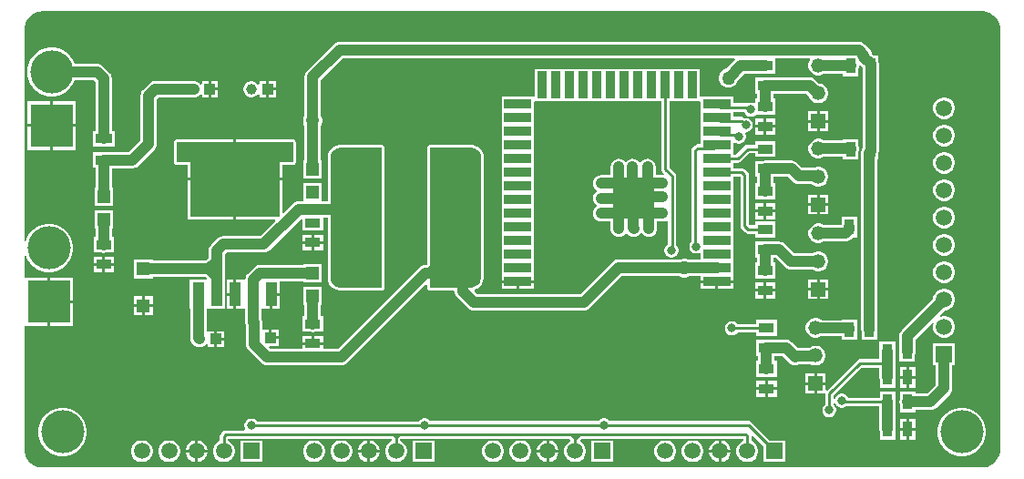
<source format=gbr>
%TF.GenerationSoftware,Altium Limited,Altium Designer,24.6.1 (21)*%
G04 Layer_Physical_Order=1*
G04 Layer_Color=255*
%FSLAX45Y45*%
%MOMM*%
%TF.SameCoordinates,C77CD831-7174-4571-8234-5D84135F7459*%
%TF.FilePolarity,Positive*%
%TF.FileFunction,Copper,L1,Top,Signal*%
%TF.Part,Single*%
G01*
G75*
%TA.AperFunction,SMDPad,CuDef*%
%ADD10R,1.40000X0.95000*%
%ADD11R,1.25000X1.25000*%
%ADD12R,3.75000X12.00000*%
%ADD13R,1.07000X2.16000*%
%ADD14R,8.33000X6.99000*%
%ADD15R,0.90000X2.50000*%
%ADD16R,2.50000X0.90000*%
%TA.AperFunction,BGAPad,CuDef*%
%ADD17R,0.90000X0.90000*%
%TA.AperFunction,SMDPad,CuDef*%
%ADD18R,1.52000X0.93000*%
%ADD19R,1.20000X1.20000*%
%ADD20R,0.95000X1.40000*%
%TA.AperFunction,Conductor*%
%ADD21C,0.25400*%
%ADD22C,1.00000*%
%TA.AperFunction,ViaPad*%
%ADD23C,0.80000*%
%ADD24C,4.00000*%
%TA.AperFunction,ComponentPad*%
%ADD25R,1.32080X1.32080*%
%ADD26C,1.32080*%
%ADD27C,1.00000*%
%ADD28R,1.00000X1.00000*%
%ADD29R,4.00000X4.00000*%
%ADD30C,4.00000*%
%ADD31C,1.50000*%
%ADD32R,1.50000X1.50000*%
%ADD33R,1.50000X1.50000*%
%TA.AperFunction,ViaPad*%
%ADD34C,1.27000*%
G36*
X11493328Y6789614D02*
X11524948Y6777788D01*
X11553656Y6760024D01*
X11578350Y6737005D01*
X11598084Y6709613D01*
X11612099Y6678901D01*
X11619859Y6646045D01*
X11620462Y6629176D01*
Y2718044D01*
X11619888Y2701933D01*
X11612756Y2670488D01*
X11599890Y2640923D01*
X11581740Y2614274D01*
X11558942Y2591473D01*
X11532294Y2573320D01*
X11502731Y2560450D01*
X11471287Y2553314D01*
X11455176Y2552738D01*
X2718044D01*
X2701933Y2553312D01*
X2670488Y2560444D01*
X2640923Y2573310D01*
X2614274Y2591460D01*
X2591473Y2614258D01*
X2573320Y2640905D01*
X2560450Y2670469D01*
X2553314Y2701912D01*
X2552738Y2718024D01*
Y3856608D01*
X2555900Y3867998D01*
X2565438Y3867998D01*
X2768600D01*
Y4093398D01*
Y4318798D01*
X2565438D01*
X2555900Y4318798D01*
X2552738Y4330188D01*
Y4524232D01*
X2564562Y4527655D01*
X2581553Y4486635D01*
X2606220Y4449718D01*
X2637616Y4418322D01*
X2674533Y4393655D01*
X2715553Y4376664D01*
X2759100Y4368002D01*
X2803500D01*
X2847047Y4376664D01*
X2888067Y4393655D01*
X2924984Y4418322D01*
X2956380Y4449718D01*
X2981047Y4486635D01*
X2998038Y4527655D01*
X3006700Y4571202D01*
Y4615602D01*
X2998038Y4659149D01*
X2981047Y4700169D01*
X2956380Y4737086D01*
X2924984Y4768482D01*
X2888067Y4793149D01*
X2847047Y4810140D01*
X2803500Y4818802D01*
X2759100D01*
X2715553Y4810140D01*
X2674533Y4793149D01*
X2637616Y4768482D01*
X2606220Y4737086D01*
X2581553Y4700169D01*
X2564562Y4659149D01*
X2552738Y4662572D01*
Y6629177D01*
X2553314Y6645287D01*
X2560449Y6676728D01*
X2573317Y6706289D01*
X2591467Y6732935D01*
X2614265Y6755732D01*
X2640911Y6773883D01*
X2670472Y6786751D01*
X2701913Y6793886D01*
X2718023Y6794462D01*
X11442700D01*
X11443139Y6794469D01*
X11460009Y6795050D01*
X11493328Y6789614D01*
D02*
G37*
%LPC*%
G36*
X4799401Y6146000D02*
X4736701D01*
Y6117585D01*
X4724001Y6114182D01*
X4722434Y6116897D01*
X4708395Y6130935D01*
X4691202Y6140862D01*
X4672025Y6146000D01*
X4652172D01*
X4632996Y6140862D01*
X4615802Y6130935D01*
X4601764Y6116897D01*
X4591837Y6099703D01*
X4586699Y6080527D01*
Y6060673D01*
X4591837Y6041497D01*
X4601764Y6024303D01*
X4615802Y6010265D01*
X4632996Y6000338D01*
X4652172Y5995200D01*
X4672025D01*
X4691202Y6000338D01*
X4708395Y6010265D01*
X4722434Y6024303D01*
X4724001Y6027018D01*
X4736701Y6023615D01*
Y5995200D01*
X4799401D01*
Y6070600D01*
Y6146000D01*
D02*
G37*
G36*
X4887501D02*
X4824801D01*
Y6083300D01*
X4887501D01*
Y6146000D01*
D02*
G37*
G36*
X4352902D02*
X4290202D01*
Y6083300D01*
X4352902D01*
Y6146000D01*
D02*
G37*
G36*
X4887501Y6057900D02*
X4824801D01*
Y5995200D01*
X4887501D01*
Y6057900D01*
D02*
G37*
G36*
X4352902D02*
X4290202D01*
Y5995200D01*
X4352902D01*
Y6057900D01*
D02*
G37*
G36*
X4127500Y6146651D02*
X3766977D01*
X3747294Y6144059D01*
X3728952Y6136462D01*
X3713202Y6124376D01*
X3654624Y6065798D01*
X3642538Y6050048D01*
X3634941Y6031706D01*
X3632349Y6012023D01*
Y5594101D01*
X3526099Y5487851D01*
X3289300D01*
X3269617Y5485260D01*
X3265852Y5483700D01*
X3187900D01*
Y5339900D01*
X3213249D01*
Y5156098D01*
X3203900D01*
Y4985299D01*
X3374700D01*
Y5156098D01*
X3365351D01*
Y5335750D01*
X3557600D01*
X3577284Y5338341D01*
X3595626Y5345938D01*
X3611376Y5358024D01*
X3762176Y5508824D01*
X3774262Y5524575D01*
X3781859Y5542917D01*
X3784451Y5562600D01*
Y5980521D01*
X3798479Y5994549D01*
X4127500D01*
X4132443Y5995200D01*
X4137427D01*
X4142240Y5996490D01*
X4147183Y5997141D01*
X4151789Y5999048D01*
X4156603Y6000338D01*
X4160921Y6002831D01*
X4165525Y6004738D01*
X4169479Y6007772D01*
X4173797Y6010265D01*
X4177322Y6013790D01*
X4181276Y6016824D01*
X4184310Y6020778D01*
X4187835Y6024303D01*
X4200185Y6020294D01*
X4202102Y6018845D01*
Y5995200D01*
X4264802D01*
Y6070600D01*
Y6146000D01*
X4202102D01*
Y6122355D01*
X4200185Y6120906D01*
X4187835Y6116897D01*
X4184310Y6120422D01*
X4181276Y6124376D01*
X4177322Y6127410D01*
X4173797Y6130935D01*
X4169479Y6133428D01*
X4165525Y6136462D01*
X4160921Y6138369D01*
X4156603Y6140862D01*
X4151789Y6142152D01*
X4147183Y6144059D01*
X4142240Y6144710D01*
X4137427Y6146000D01*
X4132443D01*
X4127500Y6146651D01*
D02*
G37*
G36*
X8831327Y6259298D02*
X7293527D01*
Y6014640D01*
X7287825Y6004302D01*
X7280827Y6004302D01*
X6987025D01*
Y5863502D01*
Y5736502D01*
Y5609502D01*
Y5482502D01*
Y5355502D01*
Y5228502D01*
Y5101502D01*
Y4974502D01*
Y4847502D01*
Y4720502D01*
Y4593502D01*
Y4466502D01*
Y4339502D01*
Y4295602D01*
X7137425D01*
X7287825D01*
Y4339502D01*
Y4466502D01*
Y4593502D01*
Y4720502D01*
Y4847502D01*
Y4974502D01*
Y5101502D01*
Y5228502D01*
Y5355502D01*
Y5482502D01*
Y5609502D01*
Y5736502D01*
Y5863502D01*
Y5948160D01*
X7293528Y5958498D01*
X7300526Y5958498D01*
X8470153D01*
Y5328260D01*
X8473111Y5313394D01*
X8481531Y5300791D01*
X8501522Y5280801D01*
X8495590Y5268772D01*
X8483600Y5270351D01*
X8419951D01*
Y5346700D01*
X8417359Y5366383D01*
X8409762Y5384725D01*
X8397676Y5400476D01*
X8381925Y5412562D01*
X8363583Y5420159D01*
X8343900Y5422751D01*
X8324217Y5420159D01*
X8305875Y5412562D01*
X8290124Y5400476D01*
X8281779Y5389601D01*
X8279743Y5388754D01*
X8268357D01*
X8266321Y5389601D01*
X8257976Y5400476D01*
X8242225Y5412562D01*
X8223883Y5420159D01*
X8204200Y5422751D01*
X8184517Y5420159D01*
X8166175Y5412562D01*
X8150424Y5400476D01*
X8147050Y5396079D01*
X8134350D01*
X8130976Y5400476D01*
X8115225Y5412562D01*
X8096883Y5420159D01*
X8077200Y5422751D01*
X8057517Y5420159D01*
X8039175Y5412562D01*
X8023424Y5400476D01*
X8011338Y5384725D01*
X8003741Y5366383D01*
X8001149Y5346700D01*
Y5270351D01*
X7912100D01*
X7892417Y5267759D01*
X7874075Y5260162D01*
X7858324Y5248076D01*
X7846238Y5232325D01*
X7838641Y5213983D01*
X7836049Y5194300D01*
X7838641Y5174617D01*
X7846238Y5156275D01*
X7858324Y5140524D01*
X7869199Y5132179D01*
X7870046Y5130143D01*
Y5118757D01*
X7869199Y5116721D01*
X7858324Y5108376D01*
X7846238Y5092625D01*
X7838641Y5074283D01*
X7836049Y5054600D01*
X7838641Y5034917D01*
X7846238Y5016575D01*
X7858324Y5000824D01*
X7869199Y4992479D01*
X7870046Y4990443D01*
Y4979057D01*
X7869199Y4977021D01*
X7858324Y4968676D01*
X7846238Y4952925D01*
X7838641Y4934583D01*
X7836049Y4914900D01*
X7838641Y4895217D01*
X7846238Y4876875D01*
X7858324Y4861124D01*
X7874075Y4849038D01*
X7892417Y4841441D01*
X7912100Y4838849D01*
X7996374D01*
Y4779975D01*
X7998965Y4760292D01*
X8006563Y4741950D01*
X8018649Y4726199D01*
X8023424Y4721424D01*
X8039175Y4709338D01*
X8057517Y4701741D01*
X8077200Y4699150D01*
X8096883Y4701741D01*
X8115225Y4709338D01*
X8130976Y4721424D01*
X8138525Y4731262D01*
X8153371Y4732112D01*
X8154190Y4731710D01*
X8158649Y4725900D01*
X8163124Y4721424D01*
X8178875Y4709338D01*
X8197217Y4701741D01*
X8216900Y4699150D01*
X8236583Y4701741D01*
X8254925Y4709338D01*
X8270676Y4721424D01*
X8279301Y4732664D01*
X8279419Y4732728D01*
X8292464Y4733194D01*
X8294512Y4732354D01*
X8301800Y4722468D01*
X8317315Y4710082D01*
X8335508Y4702133D01*
X8355137Y4699163D01*
X8374867Y4701376D01*
X8393352Y4708619D01*
X8409332Y4720400D01*
X8421718Y4735915D01*
X8429667Y4754108D01*
X8432637Y4773737D01*
X8430424Y4793467D01*
X8428475Y4801345D01*
Y4838849D01*
X8483600D01*
X8503283Y4841441D01*
X8520154Y4848429D01*
X8531403Y4844216D01*
X8532854Y4843501D01*
Y4627868D01*
X8526731Y4624333D01*
X8514554Y4612157D01*
X8505944Y4597244D01*
X8501487Y4580610D01*
Y4563390D01*
X8505944Y4546756D01*
X8514554Y4531843D01*
X8526731Y4519667D01*
X8541644Y4511057D01*
X8558277Y4506600D01*
X8575497D01*
X8592131Y4511057D01*
X8607044Y4519667D01*
X8619220Y4531843D01*
X8627830Y4546756D01*
X8632287Y4563390D01*
Y4580610D01*
X8627830Y4597244D01*
X8619220Y4612157D01*
X8610547Y4620830D01*
Y5265560D01*
X8607590Y5280426D01*
X8599169Y5293028D01*
X8547847Y5344350D01*
Y5958498D01*
X8824324D01*
X8831327Y5958498D01*
X8837024Y5948158D01*
Y5863502D01*
Y5736502D01*
Y5609502D01*
Y5559449D01*
X8809902D01*
X8795036Y5556492D01*
X8782434Y5548071D01*
X8760931Y5526569D01*
X8752511Y5513966D01*
X8749553Y5499100D01*
Y4653966D01*
X8745355Y4649767D01*
X8736745Y4634854D01*
X8732288Y4618220D01*
Y4601000D01*
X8736745Y4584366D01*
X8745355Y4569453D01*
X8757531Y4557277D01*
X8772444Y4548667D01*
X8789077Y4544210D01*
X8806298D01*
X8822931Y4548667D01*
X8826026Y4550454D01*
X8837024Y4544104D01*
Y4484452D01*
X8730276D01*
X8721114Y4489742D01*
X8698504Y4495800D01*
X8675096D01*
X8652486Y4489742D01*
X8645924Y4485953D01*
X8073009D01*
X8053326Y4483362D01*
X8034983Y4475764D01*
X8019233Y4463678D01*
X7721010Y4165451D01*
X6762501D01*
X6733962Y4193990D01*
X6736083Y4202281D01*
X6738881Y4207031D01*
X6739714Y4207197D01*
X6756400Y4214109D01*
X6758520Y4215525D01*
X6760877Y4216501D01*
X6775894Y4226535D01*
X6777698Y4228339D01*
X6779819Y4229756D01*
X6792589Y4242527D01*
X6794007Y4244648D01*
X6795810Y4246452D01*
X6805844Y4261468D01*
X6806820Y4263825D01*
X6808237Y4265945D01*
X6815148Y4282631D01*
X6815646Y4285132D01*
X6816622Y4287489D01*
X6820146Y4305202D01*
Y4307753D01*
X6820643Y4310255D01*
Y4314233D01*
X6821898Y4320540D01*
Y5435600D01*
Y5444630D01*
X6821400Y5447132D01*
Y5449683D01*
X6817877Y5467396D01*
X6816900Y5469754D01*
X6816403Y5472254D01*
X6809491Y5488940D01*
X6808075Y5491060D01*
X6807098Y5493417D01*
X6797065Y5508434D01*
X6795261Y5510238D01*
X6793844Y5512359D01*
X6781073Y5525129D01*
X6778951Y5526547D01*
X6777148Y5528350D01*
X6762131Y5538384D01*
X6759775Y5539360D01*
X6757655Y5540777D01*
X6740969Y5547688D01*
X6738468Y5548186D01*
X6736110Y5549162D01*
X6718397Y5552686D01*
X6715846D01*
X6713345Y5553183D01*
X6704315D01*
X6701873Y5552698D01*
X6321000D01*
X6311089Y5550726D01*
X6302688Y5545112D01*
X6297074Y5536711D01*
X6295102Y5526800D01*
Y4438274D01*
X6294760Y4437932D01*
X6279581D01*
X6259898Y4435340D01*
X6241556Y4427743D01*
X6225805Y4415657D01*
X5468102Y3657954D01*
X5327800D01*
Y3692098D01*
X5232400D01*
X5137000D01*
Y3657954D01*
X4839669D01*
X4825556Y3672067D01*
X4830416Y3683800D01*
X4912901D01*
Y3746500D01*
X4837501D01*
Y3759200D01*
X4824801D01*
Y3834600D01*
X4763550D01*
Y3901399D01*
X4762224Y3911468D01*
X4760967Y3921049D01*
X4760961Y3921064D01*
X4760958Y3921083D01*
X4758053Y3928097D01*
Y4028714D01*
X4769600Y4031499D01*
Y4031499D01*
X4835799D01*
Y4164899D01*
X4848499D01*
Y4177599D01*
X4927399D01*
Y4283448D01*
X5147000D01*
Y4274099D01*
X5317800D01*
Y4444898D01*
X5147000D01*
Y4435549D01*
X4740499D01*
X4720815Y4432958D01*
X4702473Y4425360D01*
X4686722Y4413274D01*
X4628226Y4354778D01*
X4616140Y4339028D01*
X4608543Y4320686D01*
X4605952Y4301003D01*
X4599602Y4298299D01*
X4587898D01*
X4586902Y4298299D01*
X4521698D01*
Y4164899D01*
Y4031499D01*
X4586902D01*
X4587898Y4031499D01*
X4599602D01*
X4605952Y4021017D01*
Y3906901D01*
X4607272Y3896870D01*
X4608534Y3887252D01*
X4608540Y3887236D01*
X4608543Y3887218D01*
X4611448Y3880204D01*
Y3759200D01*
Y3702567D01*
X4614040Y3682885D01*
X4621638Y3664542D01*
X4633724Y3648791D01*
X4754394Y3528126D01*
X4770145Y3516040D01*
X4779386Y3512213D01*
X4788486Y3508444D01*
X4808169Y3505852D01*
X5499603D01*
X5519286Y3508444D01*
X5537628Y3516041D01*
X5553379Y3528127D01*
X6283369Y4258117D01*
X6295102Y4253257D01*
Y4226800D01*
X6295108Y4226773D01*
X6295103Y4226746D01*
X6296082Y4221878D01*
X6297074Y4216889D01*
X6297089Y4216866D01*
X6297095Y4216839D01*
X6299897Y4212664D01*
X6302688Y4208488D01*
X6302711Y4208472D01*
X6302726Y4208449D01*
X6306883Y4205684D01*
X6311089Y4202874D01*
X6311117Y4202868D01*
X6311140Y4202853D01*
X6316041Y4201889D01*
X6321000Y4200902D01*
X6321027Y4200908D01*
X6321054Y4200902D01*
X6542964Y4201367D01*
X6551607Y4192742D01*
X6554198Y4173059D01*
X6561796Y4154717D01*
X6573882Y4138967D01*
X6677224Y4035624D01*
X6692975Y4023538D01*
X6711317Y4015941D01*
X6731000Y4013349D01*
X7752512D01*
X7772195Y4015941D01*
X7790538Y4023538D01*
X7806288Y4035624D01*
X8104510Y4333852D01*
X8635523D01*
X8652486Y4324058D01*
X8675096Y4318000D01*
X8698504D01*
X8721114Y4324058D01*
X8735477Y4332350D01*
X8837024D01*
Y4295602D01*
X8987424D01*
X9137824D01*
Y4339502D01*
Y4466502D01*
Y4593502D01*
Y4720502D01*
Y4847502D01*
Y4974502D01*
Y5101502D01*
Y5260056D01*
X9201107D01*
X9206753Y5254409D01*
Y4800600D01*
X9209711Y4785734D01*
X9218131Y4773131D01*
X9252629Y4738633D01*
X9265232Y4730212D01*
X9280098Y4727255D01*
X9340700D01*
Y4693202D01*
X9531500D01*
Y4839002D01*
X9340700D01*
Y4804948D01*
X9296189D01*
X9284447Y4816691D01*
Y5270500D01*
X9281489Y5285366D01*
X9273069Y5297969D01*
X9244666Y5326371D01*
X9232064Y5334792D01*
X9217198Y5337749D01*
X9137824D01*
Y5387056D01*
X9185102D01*
X9199968Y5390013D01*
X9212571Y5398434D01*
X9290692Y5476555D01*
X9340700D01*
Y5442502D01*
X9531500D01*
Y5588302D01*
X9340700D01*
Y5554248D01*
X9274602D01*
X9259736Y5551291D01*
X9247133Y5542870D01*
X9169012Y5464749D01*
X9137824D01*
Y5572258D01*
X9150524Y5577519D01*
X9152743Y5575300D01*
X9167656Y5566690D01*
X9184290Y5562233D01*
X9201510D01*
X9218143Y5566690D01*
X9233056Y5575300D01*
X9245233Y5587476D01*
X9253843Y5602389D01*
X9258300Y5619023D01*
Y5636243D01*
X9253843Y5652876D01*
X9249878Y5659743D01*
X9257211Y5672443D01*
X9265010D01*
X9281643Y5676900D01*
X9296556Y5685510D01*
X9308733Y5697686D01*
X9317343Y5712599D01*
X9321800Y5729233D01*
Y5746453D01*
X9317343Y5763087D01*
X9308733Y5778000D01*
X9296556Y5790176D01*
X9281643Y5798786D01*
X9265010Y5803243D01*
X9247790D01*
X9245815Y5802714D01*
X9234175Y5810492D01*
X9219309Y5813449D01*
X9137824D01*
Y5862756D01*
X9237640D01*
X9239757Y5854856D01*
X9248367Y5839943D01*
X9260543Y5827767D01*
X9275456Y5819157D01*
X9292090Y5814700D01*
X9309310D01*
X9325943Y5819157D01*
X9340856Y5827767D01*
X9349291Y5836202D01*
X9415066D01*
X9416417Y5835642D01*
X9436100Y5833051D01*
X9455783Y5835642D01*
X9457134Y5836202D01*
X9531500D01*
Y5982002D01*
X9512151D01*
Y6029048D01*
X9818620D01*
X9844629Y6003039D01*
X9846192Y5997205D01*
X9858230Y5976355D01*
X9875255Y5959330D01*
X9896105Y5947292D01*
X9919362Y5941060D01*
X9943438D01*
X9966695Y5947292D01*
X9987545Y5959330D01*
X10004570Y5976355D01*
X10016608Y5997205D01*
X10022840Y6020462D01*
Y6044538D01*
X10016608Y6067795D01*
X10004570Y6088645D01*
X9987545Y6105670D01*
X9966695Y6117708D01*
X9943438Y6123940D01*
X9938831D01*
X9903897Y6158874D01*
X9888146Y6170960D01*
X9869804Y6178558D01*
X9850121Y6181149D01*
X9436100D01*
X9416417Y6178558D01*
X9415066Y6177998D01*
X9340700D01*
Y6032198D01*
X9360049D01*
Y5982002D01*
X9340700D01*
Y5945223D01*
X9329701Y5938873D01*
X9325943Y5941043D01*
X9309310Y5945500D01*
X9292090D01*
X9275456Y5941043D01*
X9271863Y5938969D01*
X9264423Y5940449D01*
X9137824D01*
Y6004302D01*
X8844028D01*
X8837024Y6004302D01*
X8831327Y6014643D01*
Y6259298D01*
D02*
G37*
G36*
X11113018Y5995201D02*
X11086582D01*
X11061047Y5988359D01*
X11038153Y5975141D01*
X11019460Y5956449D01*
X11006242Y5933555D01*
X10999400Y5908019D01*
Y5881584D01*
X11006242Y5856048D01*
X11019460Y5833154D01*
X11038153Y5814462D01*
X11061047Y5801244D01*
X11086582Y5794402D01*
X11113018D01*
X11138553Y5801244D01*
X11161447Y5814462D01*
X11180140Y5833154D01*
X11193358Y5856048D01*
X11200200Y5881584D01*
Y5908019D01*
X11193358Y5933555D01*
X11180140Y5956449D01*
X11161447Y5975141D01*
X11138553Y5988359D01*
X11113018Y5995201D01*
D02*
G37*
G36*
X10022840Y5863941D02*
X9944100D01*
Y5785201D01*
X10022840D01*
Y5863941D01*
D02*
G37*
G36*
X9918700D02*
X9839960D01*
Y5785201D01*
X9918700D01*
Y5863941D01*
D02*
G37*
G36*
X3032100Y5957098D02*
X2819400D01*
Y5744398D01*
X3032100D01*
Y5957098D01*
D02*
G37*
G36*
X2794000D02*
X2581300D01*
Y5744398D01*
X2794000D01*
Y5957098D01*
D02*
G37*
G36*
X9531500Y5796998D02*
X9448800D01*
Y5736798D01*
X9531500D01*
Y5796998D01*
D02*
G37*
G36*
X9423400D02*
X9340700D01*
Y5736798D01*
X9423400D01*
Y5796998D01*
D02*
G37*
G36*
X10022840Y5759801D02*
X9944100D01*
Y5681061D01*
X10022840D01*
Y5759801D01*
D02*
G37*
G36*
X9918700D02*
X9839960D01*
Y5681061D01*
X9918700D01*
Y5759801D01*
D02*
G37*
G36*
X9531500Y5711398D02*
X9448800D01*
Y5651198D01*
X9531500D01*
Y5711398D01*
D02*
G37*
G36*
X9423400D02*
X9340700D01*
Y5651198D01*
X9423400D01*
Y5711398D01*
D02*
G37*
G36*
X11113018Y5740201D02*
X11086582D01*
X11061047Y5733359D01*
X11038153Y5720141D01*
X11019460Y5701448D01*
X11006242Y5678554D01*
X10999400Y5653019D01*
Y5626583D01*
X11006242Y5601048D01*
X11019460Y5578154D01*
X11038153Y5559461D01*
X11061047Y5546243D01*
X11086582Y5539401D01*
X11113018D01*
X11138553Y5546243D01*
X11161447Y5559461D01*
X11180140Y5578154D01*
X11193358Y5601048D01*
X11200200Y5626583D01*
Y5653019D01*
X11193358Y5678554D01*
X11180140Y5701448D01*
X11161447Y5720141D01*
X11138553Y5733359D01*
X11113018Y5740201D01*
D02*
G37*
G36*
X2828900Y6457102D02*
X2784500D01*
X2740953Y6448440D01*
X2699933Y6431449D01*
X2663016Y6406782D01*
X2631620Y6375386D01*
X2606953Y6338469D01*
X2589962Y6297449D01*
X2581300Y6253902D01*
Y6209502D01*
X2589962Y6165955D01*
X2606953Y6124935D01*
X2631620Y6088018D01*
X2663016Y6056622D01*
X2699933Y6031955D01*
X2740953Y6014964D01*
X2784500Y6006302D01*
X2828900D01*
X2872447Y6014964D01*
X2913467Y6031955D01*
X2950384Y6056622D01*
X2981780Y6088018D01*
X3006447Y6124935D01*
X3019170Y6155651D01*
X3199219D01*
X3213249Y6141620D01*
Y5683700D01*
X3187900D01*
Y5539900D01*
X3265852D01*
X3269617Y5538340D01*
X3289300Y5535749D01*
X3308983Y5538340D01*
X3312748Y5539900D01*
X3390700D01*
Y5683700D01*
X3365351D01*
Y6173119D01*
X3363873Y6184345D01*
X3362760Y6192800D01*
X3362760Y6192801D01*
X3362759Y6192803D01*
X3359008Y6201860D01*
X3355163Y6211142D01*
X3355162Y6211144D01*
X3355162Y6211145D01*
X3350238Y6217562D01*
X3343078Y6226893D01*
X3284501Y6285476D01*
X3284499Y6285477D01*
X3284498Y6285478D01*
X3277227Y6291057D01*
X3268751Y6297562D01*
X3268749Y6297563D01*
X3268748Y6297564D01*
X3257784Y6302105D01*
X3250409Y6305160D01*
X3250408D01*
X3250406Y6305161D01*
X3238879Y6306679D01*
X3230726Y6307753D01*
X3230724Y6307752D01*
X3230723Y6307753D01*
X3019170D01*
X3006447Y6338469D01*
X2981780Y6375386D01*
X2950384Y6406782D01*
X2913467Y6431449D01*
X2872447Y6448440D01*
X2828900Y6457102D01*
D02*
G37*
G36*
X3032100Y5718998D02*
X2819400D01*
Y5506298D01*
X3032100D01*
Y5718998D01*
D02*
G37*
G36*
X2794000D02*
X2581300D01*
Y5506298D01*
X2794000D01*
Y5718998D01*
D02*
G37*
G36*
X9943438Y5609239D02*
X9919362D01*
X9896105Y5603008D01*
X9875255Y5590970D01*
X9858230Y5573945D01*
X9846192Y5553094D01*
X9839960Y5529838D01*
Y5505761D01*
X9846192Y5482505D01*
X9858230Y5461654D01*
X9875255Y5444629D01*
X9896105Y5432591D01*
X9919362Y5426359D01*
X9943438D01*
X9966695Y5432591D01*
X9982556Y5441749D01*
X10159698D01*
Y5416400D01*
X10305498D01*
Y5490766D01*
X10306058Y5492117D01*
X10308649Y5511800D01*
Y5515299D01*
X10306058Y5534983D01*
X10305498Y5536333D01*
Y5607200D01*
X10159698D01*
Y5593850D01*
X9982556D01*
X9966695Y5603008D01*
X9943438Y5609239D01*
D02*
G37*
G36*
X11113018Y5486201D02*
X11086582D01*
X11061047Y5479359D01*
X11038153Y5466141D01*
X11019460Y5447448D01*
X11006242Y5424554D01*
X10999400Y5399019D01*
Y5372583D01*
X11006242Y5347048D01*
X11019460Y5324154D01*
X11038153Y5305461D01*
X11061047Y5292243D01*
X11086582Y5285401D01*
X11113018D01*
X11138553Y5292243D01*
X11161447Y5305461D01*
X11180140Y5324154D01*
X11193358Y5347048D01*
X11200200Y5372583D01*
Y5399019D01*
X11193358Y5424554D01*
X11180140Y5447448D01*
X11161447Y5466141D01*
X11138553Y5479359D01*
X11113018Y5486201D01*
D02*
G37*
G36*
X5048500Y5607798D02*
X4908500D01*
X4905998Y5607300D01*
X4521200D01*
Y5245100D01*
X4950400D01*
Y5365002D01*
X5048500D01*
X5058410Y5366974D01*
X5066812Y5372588D01*
X5072426Y5380989D01*
X5074397Y5390900D01*
Y5581900D01*
X5072426Y5591811D01*
X5066812Y5600212D01*
X5058410Y5605826D01*
X5048500Y5607798D01*
D02*
G37*
G36*
X4118500D02*
X3968500D01*
X3958589Y5605826D01*
X3950187Y5600212D01*
X3944574Y5591811D01*
X3942602Y5581900D01*
Y5390900D01*
X3944574Y5380989D01*
X3950187Y5372588D01*
X3958589Y5366974D01*
X3968500Y5365002D01*
X4066600D01*
Y5245100D01*
X4495800D01*
Y5607300D01*
X4121001D01*
X4118500Y5607798D01*
D02*
G37*
G36*
X9681002Y5406449D02*
X9436100D01*
X9416417Y5403858D01*
X9415066Y5403298D01*
X9340700D01*
Y5257498D01*
X9360049D01*
Y5194602D01*
X9340700D01*
Y5048802D01*
X9415066D01*
X9416417Y5048242D01*
X9436100Y5045651D01*
X9455783Y5048242D01*
X9457134Y5048802D01*
X9531500D01*
Y5194602D01*
X9512151D01*
Y5254348D01*
X9649501D01*
X9693687Y5210161D01*
X9709438Y5198075D01*
X9717035Y5194928D01*
X9727780Y5190477D01*
X9747463Y5187886D01*
X9871999D01*
X9875255Y5184630D01*
X9896105Y5172592D01*
X9919362Y5166360D01*
X9943438D01*
X9966695Y5172592D01*
X9987545Y5184630D01*
X10004570Y5201655D01*
X10016608Y5222505D01*
X10022840Y5245762D01*
Y5269838D01*
X10016608Y5293095D01*
X10004570Y5313945D01*
X9987545Y5330970D01*
X9966695Y5343008D01*
X9943438Y5349240D01*
X9919362D01*
X9896105Y5343008D01*
X9890873Y5339987D01*
X9778964D01*
X9734778Y5384174D01*
X9719027Y5396260D01*
X9700685Y5403858D01*
X9681002Y5406449D01*
D02*
G37*
G36*
X11113018Y5232201D02*
X11086582D01*
X11061047Y5225359D01*
X11038153Y5212141D01*
X11019460Y5193448D01*
X11006242Y5170554D01*
X10999400Y5145019D01*
Y5118583D01*
X11006242Y5093048D01*
X11019460Y5070154D01*
X11038153Y5051461D01*
X11061047Y5038243D01*
X11086582Y5031401D01*
X11113018D01*
X11138553Y5038243D01*
X11161447Y5051461D01*
X11180140Y5070154D01*
X11193358Y5093048D01*
X11200200Y5118583D01*
Y5145019D01*
X11193358Y5170554D01*
X11180140Y5193448D01*
X11161447Y5212141D01*
X11138553Y5225359D01*
X11113018Y5232201D01*
D02*
G37*
G36*
X5871000Y5552698D02*
X5489740D01*
X5485719Y5551898D01*
X5479910D01*
X5477408Y5551400D01*
X5474857D01*
X5457144Y5547877D01*
X5454786Y5546900D01*
X5452285Y5546403D01*
X5435600Y5539491D01*
X5433480Y5538075D01*
X5431123Y5537098D01*
X5416106Y5527065D01*
X5414302Y5525261D01*
X5412181Y5523844D01*
X5399411Y5511073D01*
X5397993Y5508951D01*
X5396190Y5507148D01*
X5386156Y5492131D01*
X5385180Y5489775D01*
X5383763Y5487655D01*
X5376852Y5470969D01*
X5376354Y5468467D01*
X5375378Y5466110D01*
X5371854Y5448397D01*
Y5445846D01*
X5371357Y5443345D01*
Y5439367D01*
X5370102Y5433060D01*
Y5028553D01*
X5330190D01*
X5317800Y5029302D01*
X5317800Y5041253D01*
Y5200101D01*
X5147000D01*
X5147000Y5029302D01*
X5134610Y5028553D01*
X5101234D01*
X5081551Y5025961D01*
X5070806Y5021511D01*
X5063209Y5018364D01*
X5047459Y5006278D01*
X4962133Y4920953D01*
X4950400Y4925813D01*
Y5219700D01*
X4521200D01*
Y4857500D01*
X4882087D01*
X4886947Y4845767D01*
X4745548Y4704368D01*
X4398762D01*
X4379078Y4701776D01*
X4360737Y4694179D01*
X4344986Y4682093D01*
X4286408Y4623515D01*
X4274322Y4607765D01*
X4266725Y4589423D01*
X4264134Y4569739D01*
Y4503584D01*
X4235700Y4475153D01*
X3745490D01*
Y4487002D01*
X3569690D01*
Y4311202D01*
X3745490D01*
Y4323052D01*
X4235699D01*
X4247999Y4310751D01*
X4242491Y4298299D01*
X4089601D01*
Y4031499D01*
X4092450D01*
Y3757498D01*
X4095041Y3737815D01*
X4102639Y3719473D01*
X4114725Y3703722D01*
X4125723Y3692724D01*
X4129678Y3689689D01*
X4133202Y3686165D01*
X4137519Y3683673D01*
X4141474Y3680638D01*
X4146079Y3678731D01*
X4150396Y3676238D01*
X4155211Y3674948D01*
X4159815Y3673041D01*
X4164756Y3672390D01*
X4169572Y3671100D01*
X4174558D01*
X4179499Y3670450D01*
X4184440Y3671100D01*
X4189425D01*
X4194241Y3672390D01*
X4199182Y3673041D01*
X4203786Y3674948D01*
X4208602Y3676238D01*
X4212919Y3678731D01*
X4217524Y3680638D01*
X4221479Y3683673D01*
X4225795Y3686165D01*
X4229320Y3689690D01*
X4233275Y3692724D01*
X4236309Y3696678D01*
X4239834Y3700203D01*
X4252186Y3696196D01*
X4254101Y3694749D01*
Y3671100D01*
X4316801D01*
Y3746500D01*
Y3821900D01*
X4254101D01*
X4244551Y3829505D01*
Y4019769D01*
X4247401Y4031499D01*
X4259598D01*
X4260101Y4031499D01*
X4417398D01*
Y4298299D01*
X4416235D01*
Y4381815D01*
Y4472081D01*
Y4538238D01*
X4430263Y4552266D01*
X4777049D01*
X4796733Y4554858D01*
X4815074Y4562455D01*
X4830825Y4574541D01*
X5124300Y4868016D01*
X5137000Y4862756D01*
Y4756702D01*
X5327800D01*
Y4876452D01*
X5370102D01*
Y4318000D01*
Y4308970D01*
X5370600Y4306468D01*
Y4303917D01*
X5374123Y4286204D01*
X5375099Y4283847D01*
X5375597Y4281345D01*
X5382509Y4264660D01*
X5383925Y4262540D01*
X5384901Y4260183D01*
X5394935Y4245166D01*
X5396739Y4243362D01*
X5398156Y4241241D01*
X5410927Y4228471D01*
X5413048Y4227053D01*
X5414852Y4225250D01*
X5429868Y4215216D01*
X5432225Y4214240D01*
X5434345Y4212823D01*
X5451031Y4205912D01*
X5453532Y4205414D01*
X5455890Y4204438D01*
X5473603Y4200914D01*
X5476153D01*
X5478655Y4200417D01*
X5487685D01*
X5490127Y4200902D01*
X5871000D01*
X5880911Y4202874D01*
X5889312Y4208488D01*
X5894926Y4216889D01*
X5896898Y4226800D01*
Y5526800D01*
X5894926Y5536711D01*
X5889312Y5545112D01*
X5880911Y5550726D01*
X5871000Y5552698D01*
D02*
G37*
G36*
X10022840Y5089241D02*
X9944100D01*
Y5010501D01*
X10022840D01*
Y5089241D01*
D02*
G37*
G36*
X9918700D02*
X9839960D01*
Y5010501D01*
X9918700D01*
Y5089241D01*
D02*
G37*
G36*
X9531500Y5009598D02*
X9448800D01*
Y4949398D01*
X9531500D01*
Y5009598D01*
D02*
G37*
G36*
X9423400D02*
X9340700D01*
Y4949398D01*
X9423400D01*
Y5009598D01*
D02*
G37*
G36*
X10022840Y4985101D02*
X9944100D01*
Y4906361D01*
X10022840D01*
Y4985101D01*
D02*
G37*
G36*
X9918700D02*
X9839960D01*
Y4906361D01*
X9918700D01*
Y4985101D01*
D02*
G37*
G36*
X9531500Y4923998D02*
X9448800D01*
Y4863798D01*
X9531500D01*
Y4923998D01*
D02*
G37*
G36*
X9423400D02*
X9340700D01*
Y4863798D01*
X9423400D01*
Y4923998D01*
D02*
G37*
G36*
X4495800Y5219700D02*
X4066600D01*
Y4857500D01*
X4495800D01*
Y5219700D01*
D02*
G37*
G36*
X10292798Y4883300D02*
X10146998D01*
Y4808934D01*
X10146439Y4807583D01*
X10146290Y4806450D01*
X9982556D01*
X9966695Y4815608D01*
X9943438Y4821839D01*
X9919362D01*
X9896105Y4815608D01*
X9875255Y4803570D01*
X9858230Y4786545D01*
X9846192Y4765694D01*
X9839960Y4742438D01*
Y4718361D01*
X9846192Y4695105D01*
X9858230Y4674254D01*
X9875255Y4657229D01*
X9896105Y4645191D01*
X9919362Y4638959D01*
X9943438D01*
X9966695Y4645191D01*
X9982556Y4654349D01*
X10179898D01*
X10199581Y4656940D01*
X10217923Y4664538D01*
X10233674Y4676624D01*
X10249550Y4692500D01*
X10292798D01*
Y4749366D01*
X10293358Y4750716D01*
X10295949Y4770400D01*
Y4787900D01*
X10293358Y4807583D01*
X10292798Y4808934D01*
Y4883300D01*
D02*
G37*
G36*
X11113018Y4977200D02*
X11086582D01*
X11061047Y4970358D01*
X11038153Y4957140D01*
X11019460Y4938447D01*
X11006242Y4915553D01*
X10999400Y4890018D01*
Y4863582D01*
X11006242Y4838047D01*
X11019460Y4815153D01*
X11038153Y4796460D01*
X11061047Y4783242D01*
X11086582Y4776400D01*
X11113018D01*
X11138553Y4783242D01*
X11161447Y4796460D01*
X11180140Y4815153D01*
X11193358Y4838047D01*
X11200200Y4863582D01*
Y4890018D01*
X11193358Y4915553D01*
X11180140Y4938447D01*
X11161447Y4957140D01*
X11138553Y4970358D01*
X11113018Y4977200D01*
D02*
G37*
G36*
X5327800Y4717498D02*
X5245100D01*
Y4657298D01*
X5327800D01*
Y4717498D01*
D02*
G37*
G36*
X5219700D02*
X5137000D01*
Y4657298D01*
X5219700D01*
Y4717498D01*
D02*
G37*
G36*
X5327800Y4631898D02*
X5245100D01*
Y4571698D01*
X5327800D01*
Y4631898D01*
D02*
G37*
G36*
X5219700D02*
X5137000D01*
Y4571698D01*
X5219700D01*
Y4631898D01*
D02*
G37*
G36*
X3374700Y4946101D02*
X3203900D01*
Y4775302D01*
X3213249D01*
Y4699302D01*
X3193900D01*
Y4553502D01*
X3268266D01*
X3269617Y4552942D01*
X3289300Y4550351D01*
X3308983Y4552942D01*
X3310334Y4553502D01*
X3384700D01*
Y4699302D01*
X3365351D01*
Y4775302D01*
X3374700D01*
Y4946101D01*
D02*
G37*
G36*
X11113018Y4723200D02*
X11086582D01*
X11061047Y4716358D01*
X11038153Y4703140D01*
X11019460Y4684447D01*
X11006242Y4661553D01*
X10999400Y4636018D01*
Y4609582D01*
X11006242Y4584047D01*
X11019460Y4561153D01*
X11038153Y4542460D01*
X11061047Y4529242D01*
X11086582Y4522400D01*
X11113018D01*
X11138553Y4529242D01*
X11161447Y4542460D01*
X11180140Y4561153D01*
X11193358Y4584047D01*
X11200200Y4609582D01*
Y4636018D01*
X11193358Y4661553D01*
X11180140Y4684447D01*
X11161447Y4703140D01*
X11138553Y4716358D01*
X11113018Y4723200D01*
D02*
G37*
G36*
X3384700Y4514298D02*
X3302000D01*
Y4454098D01*
X3384700D01*
Y4514298D01*
D02*
G37*
G36*
X3276600D02*
X3193900D01*
Y4454098D01*
X3276600D01*
Y4514298D01*
D02*
G37*
G36*
X9436100Y4657149D02*
X9416417Y4654558D01*
X9415066Y4653998D01*
X9340700D01*
Y4508198D01*
X9360049D01*
Y4458002D01*
X9340700D01*
Y4312202D01*
X9415066D01*
X9416417Y4311642D01*
X9436100Y4309051D01*
X9455783Y4311642D01*
X9457134Y4312202D01*
X9531500D01*
Y4458002D01*
X9512151D01*
Y4502548D01*
X9537700D01*
X9623624Y4416624D01*
X9639375Y4404538D01*
X9657717Y4396941D01*
X9677400Y4394349D01*
X9880244D01*
X9896105Y4385192D01*
X9919362Y4378960D01*
X9943438D01*
X9966695Y4385192D01*
X9987545Y4397230D01*
X10004570Y4414255D01*
X10016608Y4435105D01*
X10022840Y4458362D01*
Y4482438D01*
X10016608Y4505695D01*
X10004570Y4526545D01*
X9987545Y4543570D01*
X9966695Y4555608D01*
X9943438Y4561840D01*
X9919362D01*
X9896105Y4555608D01*
X9880244Y4546451D01*
X9708901D01*
X9622977Y4632375D01*
X9607226Y4644461D01*
X9588885Y4652058D01*
X9569201Y4654650D01*
X9455085D01*
X9436100Y4657149D01*
D02*
G37*
G36*
X3384700Y4428698D02*
X3302000D01*
Y4368498D01*
X3384700D01*
Y4428698D01*
D02*
G37*
G36*
X3276600D02*
X3193900D01*
Y4368498D01*
X3276600D01*
Y4428698D01*
D02*
G37*
G36*
X11113018Y4469200D02*
X11086582D01*
X11061047Y4462358D01*
X11038153Y4449140D01*
X11019460Y4430447D01*
X11006242Y4407553D01*
X10999400Y4382018D01*
Y4355582D01*
X11006242Y4330047D01*
X11019460Y4307153D01*
X11038153Y4288460D01*
X11061047Y4275242D01*
X11086582Y4268400D01*
X11113018D01*
X11138553Y4275242D01*
X11161447Y4288460D01*
X11180140Y4307153D01*
X11193358Y4330047D01*
X11200200Y4355582D01*
Y4382018D01*
X11193358Y4407553D01*
X11180140Y4430447D01*
X11161447Y4449140D01*
X11138553Y4462358D01*
X11113018Y4469200D01*
D02*
G37*
G36*
X10022840Y4301841D02*
X9944100D01*
Y4223101D01*
X10022840D01*
Y4301841D01*
D02*
G37*
G36*
X9918700D02*
X9839960D01*
Y4223101D01*
X9918700D01*
Y4301841D01*
D02*
G37*
G36*
X9531500Y4272998D02*
X9448800D01*
Y4212798D01*
X9531500D01*
Y4272998D01*
D02*
G37*
G36*
X9423400D02*
X9340700D01*
Y4212798D01*
X9423400D01*
Y4272998D01*
D02*
G37*
G36*
X9137824Y4270202D02*
X9000124D01*
Y4212502D01*
X9137824D01*
Y4270202D01*
D02*
G37*
G36*
X8974724D02*
X8837024D01*
Y4212502D01*
X8974724D01*
Y4270202D01*
D02*
G37*
G36*
X7287825D02*
X7150125D01*
Y4212502D01*
X7287825D01*
Y4270202D01*
D02*
G37*
G36*
X7124725D02*
X6987025D01*
Y4212502D01*
X7124725D01*
Y4270202D01*
D02*
G37*
G36*
X4496298Y4298299D02*
X4430098D01*
Y4177599D01*
X4496298D01*
Y4298299D01*
D02*
G37*
G36*
X9531500Y4187398D02*
X9448800D01*
Y4127198D01*
X9531500D01*
Y4187398D01*
D02*
G37*
G36*
X9423400D02*
X9340700D01*
Y4127198D01*
X9423400D01*
Y4187398D01*
D02*
G37*
G36*
X10022840Y4197701D02*
X9944100D01*
Y4118961D01*
X10022840D01*
Y4197701D01*
D02*
G37*
G36*
X9918700D02*
X9839960D01*
Y4118961D01*
X9918700D01*
Y4197701D01*
D02*
G37*
G36*
X2794000Y4318798D02*
Y4106098D01*
X3006700D01*
Y4318798D01*
X2794000D01*
D02*
G37*
G36*
X3745490Y4146998D02*
X3670290D01*
Y4071798D01*
X3745490D01*
Y4146998D01*
D02*
G37*
G36*
X3644890D02*
X3569690D01*
Y4071798D01*
X3644890D01*
Y4146998D01*
D02*
G37*
G36*
X4927399Y4152199D02*
X4861199D01*
Y4031499D01*
X4927399D01*
Y4152199D01*
D02*
G37*
G36*
X4496298D02*
X4430098D01*
Y4031499D01*
X4496298D01*
Y4152199D01*
D02*
G37*
G36*
X3745490Y4046398D02*
X3670290D01*
Y3971198D01*
X3745490D01*
Y4046398D01*
D02*
G37*
G36*
X3644890D02*
X3569690D01*
Y3971198D01*
X3644890D01*
Y4046398D01*
D02*
G37*
G36*
X9544200Y3924602D02*
X9353400D01*
Y3886947D01*
X9180589D01*
X9179833Y3888257D01*
X9167656Y3900433D01*
X9152743Y3909043D01*
X9136110Y3913500D01*
X9118890D01*
X9102256Y3909043D01*
X9087343Y3900433D01*
X9075167Y3888257D01*
X9066557Y3873344D01*
X9062100Y3856710D01*
Y3839490D01*
X9066557Y3822856D01*
X9075167Y3807943D01*
X9087343Y3795767D01*
X9102256Y3787157D01*
X9118890Y3782700D01*
X9136110D01*
X9152743Y3787157D01*
X9167656Y3795767D01*
X9179833Y3807943D01*
X9180589Y3809253D01*
X9353400D01*
Y3778802D01*
X9544200D01*
Y3924602D01*
D02*
G37*
G36*
X3006700Y4080698D02*
X2794000D01*
Y3867998D01*
X3006700D01*
Y4080698D01*
D02*
G37*
G36*
X5317800Y4234901D02*
X5147000D01*
Y4064102D01*
X5156349D01*
Y3962702D01*
X5137000D01*
Y3816902D01*
X5211366D01*
X5212717Y3816342D01*
X5232400Y3813751D01*
X5252083Y3816342D01*
X5253434Y3816902D01*
X5327800D01*
Y3962702D01*
X5308451D01*
Y4064102D01*
X5317800D01*
Y4234901D01*
D02*
G37*
G36*
X4912901Y3834600D02*
X4850201D01*
Y3771900D01*
X4912901D01*
Y3834600D01*
D02*
G37*
G36*
X11113018Y4215200D02*
X11086582D01*
X11061047Y4208358D01*
X11038153Y4195140D01*
X11019460Y4176447D01*
X11006242Y4153553D01*
X10999400Y4128018D01*
Y4121952D01*
X10705623Y3828175D01*
X10693537Y3812425D01*
X10685940Y3794083D01*
X10683349Y3774399D01*
Y3651185D01*
X10680849Y3632200D01*
X10683441Y3612517D01*
X10684000Y3611167D01*
Y3536800D01*
X10829800D01*
Y3607632D01*
X10832859Y3615016D01*
X10835450Y3634699D01*
Y3742898D01*
X10993456Y3900904D01*
X11004843Y3894330D01*
X10999400Y3874018D01*
Y3847582D01*
X11006242Y3822047D01*
X11019460Y3799153D01*
X11038153Y3780460D01*
X11061047Y3767242D01*
X11086582Y3760400D01*
X11113018D01*
X11138553Y3767242D01*
X11161447Y3780460D01*
X11180140Y3799153D01*
X11193358Y3822047D01*
X11200200Y3847582D01*
Y3874018D01*
X11193358Y3899553D01*
X11180140Y3922447D01*
X11161447Y3941140D01*
X11138553Y3954358D01*
X11113018Y3961200D01*
X11086582D01*
X11066270Y3955757D01*
X11059696Y3967144D01*
X11106952Y4014400D01*
X11113018D01*
X11138553Y4021242D01*
X11161447Y4034460D01*
X11180140Y4053153D01*
X11193358Y4076047D01*
X11200200Y4101582D01*
Y4128018D01*
X11193358Y4153553D01*
X11180140Y4176447D01*
X11161447Y4195140D01*
X11138553Y4208358D01*
X11113018Y4215200D01*
D02*
G37*
G36*
X4342201Y3821900D02*
Y3759200D01*
X4404901D01*
Y3821900D01*
X4342201D01*
D02*
G37*
G36*
X10309288Y6509993D02*
X5481442D01*
X5461758Y6507401D01*
X5451014Y6502951D01*
X5443417Y6499804D01*
X5427666Y6487718D01*
X5178624Y6238676D01*
X5166538Y6222925D01*
X5158941Y6204583D01*
X5156349Y6184900D01*
Y5824576D01*
X5149558Y5812814D01*
X5143500Y5790204D01*
Y5766796D01*
X5149558Y5744186D01*
X5156349Y5732424D01*
Y5410098D01*
X5147000D01*
Y5239299D01*
X5317800D01*
Y5410098D01*
X5308451D01*
Y5732424D01*
X5315242Y5744186D01*
X5321300Y5766796D01*
Y5790204D01*
X5315242Y5812814D01*
X5308451Y5824576D01*
Y6153399D01*
X5512943Y6357891D01*
X9153203D01*
X9157514Y6345191D01*
X9155802Y6343878D01*
X9073956Y6262032D01*
X9060837Y6258516D01*
X9040565Y6246813D01*
X9024013Y6230261D01*
X9012309Y6209989D01*
X9006251Y6187379D01*
Y6163971D01*
X9012309Y6141361D01*
X9024013Y6121089D01*
X9040565Y6104537D01*
X9060837Y6092833D01*
X9083447Y6086775D01*
X9106855D01*
X9129465Y6092833D01*
X9149737Y6104537D01*
X9166289Y6121089D01*
X9177992Y6141361D01*
X9181508Y6154480D01*
X9241079Y6214051D01*
X9436100D01*
X9455783Y6216642D01*
X9457134Y6217202D01*
X9531500D01*
Y6357891D01*
X9851006D01*
X9856236Y6345191D01*
X9846192Y6327794D01*
X9839960Y6304538D01*
Y6280461D01*
X9846192Y6257205D01*
X9858230Y6236354D01*
X9875255Y6219329D01*
X9896105Y6207291D01*
X9919362Y6201059D01*
X9943438D01*
X9966695Y6207291D01*
X9982556Y6216449D01*
X10159698D01*
Y6191100D01*
X10305498D01*
Y6265466D01*
X10306058Y6266817D01*
X10308649Y6286500D01*
Y6287441D01*
X10319439Y6294612D01*
X10341551Y6272500D01*
Y5522898D01*
X10339040Y5519625D01*
X10331442Y5501283D01*
X10328851Y5481599D01*
Y4787900D01*
Y3835400D01*
X10331442Y3815717D01*
X10332002Y3814366D01*
Y3740000D01*
X10477802D01*
Y3814366D01*
X10478361Y3815717D01*
X10480952Y3835400D01*
Y4787900D01*
Y5416400D01*
X10490502D01*
Y5473266D01*
X10491061Y5474616D01*
X10493652Y5494299D01*
Y5511800D01*
Y6304001D01*
X10491061Y6323684D01*
X10490502Y6325034D01*
Y6381900D01*
X10447254D01*
X10430053Y6399102D01*
X10428958Y6407415D01*
X10424507Y6418159D01*
X10421361Y6425757D01*
X10409275Y6441507D01*
X10363064Y6487718D01*
X10347314Y6499804D01*
X10328972Y6507401D01*
X10309288Y6509993D01*
D02*
G37*
G36*
X9918038Y3945539D02*
X9893962D01*
X9870705Y3939308D01*
X9849855Y3927270D01*
X9832830Y3910245D01*
X9820792Y3889394D01*
X9814560Y3866138D01*
Y3842061D01*
X9820792Y3818805D01*
X9832830Y3797954D01*
X9849855Y3780929D01*
X9870705Y3768891D01*
X9893962Y3762659D01*
X9918038D01*
X9941295Y3768891D01*
X9946524Y3771911D01*
X10146998D01*
Y3740000D01*
X10292798D01*
Y3814366D01*
X10293358Y3815717D01*
X10295949Y3835400D01*
Y3845461D01*
X10293358Y3865145D01*
X10292798Y3866495D01*
Y3930800D01*
X10146998D01*
Y3924012D01*
X9965403D01*
X9962145Y3927270D01*
X9941295Y3939308D01*
X9918038Y3945539D01*
D02*
G37*
G36*
X5327800Y3777698D02*
X5245100D01*
Y3717498D01*
X5327800D01*
Y3777698D01*
D02*
G37*
G36*
X5219700D02*
X5137000D01*
Y3717498D01*
X5219700D01*
Y3777698D01*
D02*
G37*
G36*
X4404901Y3733800D02*
X4342201D01*
Y3671100D01*
X4404901D01*
Y3733800D01*
D02*
G37*
G36*
X9630202Y3742749D02*
X9448800D01*
X9429117Y3740158D01*
X9427766Y3739598D01*
X9353400D01*
Y3593798D01*
X9372749D01*
Y3543602D01*
X9353400D01*
Y3397802D01*
X9427766D01*
X9429117Y3397242D01*
X9448800Y3394651D01*
X9468483Y3397242D01*
X9469834Y3397802D01*
X9544200D01*
Y3543602D01*
X9524851D01*
Y3590648D01*
X9598701D01*
X9661724Y3527624D01*
X9677475Y3515538D01*
X9695817Y3507941D01*
X9715500Y3505349D01*
X9735183Y3507941D01*
X9744773Y3511913D01*
X9865473D01*
X9870705Y3508892D01*
X9893962Y3502660D01*
X9918038D01*
X9941295Y3508892D01*
X9962145Y3520930D01*
X9979170Y3537955D01*
X9991208Y3558805D01*
X9997440Y3582062D01*
Y3606138D01*
X9991208Y3629395D01*
X9979170Y3650245D01*
X9962145Y3667270D01*
X9941295Y3679308D01*
X9918038Y3685540D01*
X9893962D01*
X9870705Y3679308D01*
X9849855Y3667270D01*
X9846599Y3664014D01*
X9740438D01*
X9683978Y3720474D01*
X9668227Y3732560D01*
X9649885Y3740158D01*
X9630202Y3742749D01*
D02*
G37*
G36*
X10833402Y3486300D02*
X10773202D01*
Y3403600D01*
X10833402D01*
Y3486300D01*
D02*
G37*
G36*
X10747802D02*
X10687602D01*
Y3403600D01*
X10747802D01*
Y3486300D01*
D02*
G37*
G36*
X9997440Y3425541D02*
X9918700D01*
Y3346801D01*
X9997440D01*
Y3425541D01*
D02*
G37*
G36*
X9893300D02*
X9814560D01*
Y3346801D01*
X9893300D01*
Y3425541D01*
D02*
G37*
G36*
X9544200Y3358598D02*
X9461500D01*
Y3298398D01*
X9544200D01*
Y3358598D01*
D02*
G37*
G36*
X9436100D02*
X9353400D01*
Y3298398D01*
X9436100D01*
Y3358598D01*
D02*
G37*
G36*
X10833402Y3378200D02*
X10773202D01*
Y3295500D01*
X10833402D01*
Y3378200D01*
D02*
G37*
G36*
X10747802D02*
X10687602D01*
Y3295500D01*
X10747802D01*
Y3378200D01*
D02*
G37*
G36*
X10644802Y3727600D02*
X10499002D01*
Y3653234D01*
X10498442Y3651883D01*
X10495851Y3632200D01*
Y3560948D01*
X10316601D01*
X10301735Y3557991D01*
X10289133Y3549570D01*
X10010140Y3270577D01*
X9997440Y3275838D01*
Y3321401D01*
X9918700D01*
Y3242661D01*
X9990739D01*
X9994153Y3238500D01*
Y3139189D01*
X9992843Y3138433D01*
X9980667Y3126257D01*
X9972057Y3111344D01*
X9967600Y3094710D01*
Y3077490D01*
X9972057Y3060856D01*
X9980667Y3045943D01*
X9992843Y3033767D01*
X10007756Y3025157D01*
X10024390Y3020700D01*
X10041610D01*
X10058244Y3025157D01*
X10073157Y3033767D01*
X10085333Y3045943D01*
X10093943Y3060856D01*
X10098400Y3077490D01*
Y3094710D01*
X10093943Y3111344D01*
X10085333Y3126257D01*
X10073157Y3138433D01*
X10071847Y3139189D01*
Y3154841D01*
X10084547Y3156513D01*
X10086357Y3149756D01*
X10094967Y3134843D01*
X10107143Y3122667D01*
X10122056Y3114057D01*
X10138690Y3109600D01*
X10155910D01*
X10172544Y3114057D01*
X10187457Y3122667D01*
X10188243Y3123453D01*
X10499448D01*
Y2908300D01*
X10502039Y2888617D01*
X10502598Y2887266D01*
Y2812900D01*
X10648398D01*
Y2887266D01*
X10648958Y2888617D01*
X10651549Y2908300D01*
Y3162300D01*
X10648958Y3181983D01*
X10648398Y3183334D01*
Y3257700D01*
X10502598D01*
Y3201147D01*
X10207722D01*
X10199633Y3215157D01*
X10187457Y3227333D01*
X10172544Y3235943D01*
X10155910Y3240400D01*
X10138690D01*
X10122056Y3235943D01*
X10107143Y3227333D01*
X10094967Y3215157D01*
X10086357Y3200244D01*
X10084547Y3193487D01*
X10071847Y3195159D01*
Y3222409D01*
X10332692Y3483255D01*
X10495851D01*
Y3412002D01*
X10497158Y3402076D01*
X10498429Y3392371D01*
X10498439Y3392347D01*
X10498442Y3392319D01*
X10499642Y3389422D01*
X10502039Y3371217D01*
X10502598Y3369866D01*
Y3295500D01*
X10648398D01*
Y3369866D01*
X10648958Y3371217D01*
X10651549Y3390900D01*
Y3408401D01*
X10650219Y3418501D01*
X10648971Y3428032D01*
X10648961Y3428056D01*
X10648958Y3428084D01*
X10648398Y3429434D01*
Y3486300D01*
X10647952D01*
Y3632200D01*
X10645361Y3651883D01*
X10644802Y3653234D01*
Y3727600D01*
D02*
G37*
G36*
X9893300Y3321401D02*
X9814560D01*
Y3242661D01*
X9893300D01*
Y3321401D01*
D02*
G37*
G36*
X11200200Y3707200D02*
X10999400D01*
Y3506400D01*
X11023749D01*
Y3320801D01*
X10941299Y3238351D01*
X10833402D01*
Y3257700D01*
X10687602D01*
Y3183334D01*
X10687042Y3181983D01*
X10684451Y3162300D01*
X10687042Y3142617D01*
X10687602Y3141266D01*
Y3066900D01*
X10833402D01*
Y3086249D01*
X10972800D01*
X10992483Y3088841D01*
X11010825Y3096438D01*
X11026576Y3108524D01*
X11153576Y3235524D01*
X11165662Y3251275D01*
X11173259Y3269617D01*
X11175851Y3289300D01*
Y3506400D01*
X11200200D01*
Y3707200D01*
D02*
G37*
G36*
X9544200Y3272998D02*
X9461500D01*
Y3212798D01*
X9544200D01*
Y3272998D01*
D02*
G37*
G36*
X9436100D02*
X9353400D01*
Y3212798D01*
X9436100D01*
Y3272998D01*
D02*
G37*
G36*
X7946110Y3011800D02*
X7928890D01*
X7912256Y3007343D01*
X7897343Y2998733D01*
X7885167Y2986557D01*
X7884411Y2985247D01*
X6326889D01*
X6326133Y2986557D01*
X6313957Y2998733D01*
X6299044Y3007343D01*
X6282410Y3011800D01*
X6265190D01*
X6248556Y3007343D01*
X6233643Y2998733D01*
X6221467Y2986557D01*
X6219910Y2983860D01*
X4713156D01*
X4701057Y2995960D01*
X4686144Y3004570D01*
X4669510Y3009027D01*
X4652290D01*
X4635656Y3004570D01*
X4620743Y2995960D01*
X4608567Y2983784D01*
X4599957Y2968871D01*
X4595500Y2952237D01*
Y2935017D01*
X4599957Y2918384D01*
X4605348Y2909047D01*
X4598577Y2896347D01*
X4421779D01*
X4406913Y2893389D01*
X4394310Y2884969D01*
X4379431Y2870090D01*
X4371011Y2857487D01*
X4368053Y2842621D01*
Y2798604D01*
X4345253Y2785440D01*
X4326560Y2766747D01*
X4313342Y2743853D01*
X4306500Y2718318D01*
Y2691882D01*
X4313342Y2666347D01*
X4326560Y2643453D01*
X4345253Y2624760D01*
X4368147Y2611542D01*
X4393682Y2604700D01*
X4420118D01*
X4445653Y2611542D01*
X4468547Y2624760D01*
X4487240Y2643453D01*
X4500458Y2666347D01*
X4507300Y2691882D01*
Y2718318D01*
X4500458Y2743853D01*
X4487240Y2766747D01*
X4468547Y2785440D01*
X4445747Y2798604D01*
Y2818653D01*
X5965609D01*
X5968253Y2816009D01*
Y2798604D01*
X5945453Y2785440D01*
X5926760Y2766747D01*
X5913542Y2743853D01*
X5906700Y2718318D01*
Y2691882D01*
X5913542Y2666347D01*
X5926760Y2643453D01*
X5945453Y2624760D01*
X5968347Y2611542D01*
X5993882Y2604700D01*
X6020318D01*
X6045853Y2611542D01*
X6068747Y2624760D01*
X6087440Y2643453D01*
X6100658Y2666347D01*
X6107500Y2691882D01*
Y2718318D01*
X6100658Y2743853D01*
X6087440Y2766747D01*
X6068747Y2785440D01*
X6045947Y2798604D01*
Y2816009D01*
X6048591Y2818653D01*
X7616609D01*
X7625654Y2809609D01*
X7623891Y2793949D01*
X7609153Y2785440D01*
X7590460Y2766747D01*
X7577242Y2743853D01*
X7570400Y2718318D01*
Y2691882D01*
X7577242Y2666347D01*
X7590460Y2643453D01*
X7609153Y2624760D01*
X7632047Y2611542D01*
X7657582Y2604700D01*
X7684018D01*
X7709553Y2611542D01*
X7732447Y2624760D01*
X7751140Y2643453D01*
X7764358Y2666347D01*
X7771200Y2691882D01*
Y2718318D01*
X7764358Y2743853D01*
X7751140Y2766747D01*
X7732447Y2785440D01*
X7717709Y2793949D01*
X7715946Y2809609D01*
X7724991Y2818653D01*
X9232153D01*
Y2798604D01*
X9209353Y2785440D01*
X9190660Y2766747D01*
X9177442Y2743853D01*
X9170600Y2718318D01*
Y2691882D01*
X9177442Y2666347D01*
X9190660Y2643453D01*
X9209353Y2624760D01*
X9232247Y2611542D01*
X9257782Y2604700D01*
X9284218D01*
X9309753Y2611542D01*
X9332647Y2624760D01*
X9351340Y2643453D01*
X9364558Y2666347D01*
X9371400Y2691882D01*
Y2718318D01*
X9364558Y2743853D01*
X9351340Y2766747D01*
X9332647Y2785440D01*
X9309847Y2798604D01*
Y2842621D01*
X9308671Y2848532D01*
X9320375Y2854788D01*
X9424600Y2750563D01*
Y2604700D01*
X9625400D01*
Y2805500D01*
X9479537D01*
X9311169Y2973869D01*
X9298566Y2982289D01*
X9283700Y2985247D01*
X7990589D01*
X7989833Y2986557D01*
X7977657Y2998733D01*
X7962744Y3007343D01*
X7946110Y3011800D01*
D02*
G37*
G36*
X10833402Y3003700D02*
X10773202D01*
Y2921000D01*
X10833402D01*
Y3003700D01*
D02*
G37*
G36*
X10747802D02*
X10687602D01*
Y2921000D01*
X10747802D01*
Y3003700D01*
D02*
G37*
G36*
X10833402Y2895600D02*
X10773202D01*
Y2812900D01*
X10833402D01*
Y2895600D01*
D02*
G37*
G36*
X10747802D02*
X10687602D01*
Y2812900D01*
X10747802D01*
Y2895600D01*
D02*
G37*
G36*
X9030218Y2805500D02*
X9029700D01*
Y2717800D01*
X9117400D01*
Y2718318D01*
X9110558Y2743853D01*
X9097340Y2766747D01*
X9078647Y2785440D01*
X9055753Y2798658D01*
X9030218Y2805500D01*
D02*
G37*
G36*
X5766318D02*
X5765800D01*
Y2717800D01*
X5853500D01*
Y2718318D01*
X5846658Y2743853D01*
X5833440Y2766747D01*
X5814747Y2785440D01*
X5791853Y2798658D01*
X5766318Y2805500D01*
D02*
G37*
G36*
X4166118D02*
X4165600D01*
Y2717800D01*
X4253300D01*
Y2718318D01*
X4246458Y2743853D01*
X4233240Y2766747D01*
X4214547Y2785440D01*
X4191653Y2798658D01*
X4166118Y2805500D01*
D02*
G37*
G36*
X7430018D02*
X7429500D01*
Y2717800D01*
X7517200D01*
Y2718318D01*
X7510358Y2743853D01*
X7497140Y2766747D01*
X7478447Y2785440D01*
X7455553Y2798658D01*
X7430018Y2805500D01*
D02*
G37*
G36*
X9004300D02*
X9003782D01*
X8978247Y2798658D01*
X8955353Y2785440D01*
X8936660Y2766747D01*
X8923442Y2743853D01*
X8916600Y2718318D01*
Y2717800D01*
X9004300D01*
Y2805500D01*
D02*
G37*
G36*
X5740400D02*
X5739882D01*
X5714347Y2798658D01*
X5691453Y2785440D01*
X5672760Y2766747D01*
X5659542Y2743853D01*
X5652700Y2718318D01*
Y2717800D01*
X5740400D01*
Y2805500D01*
D02*
G37*
G36*
X4140200D02*
X4139682D01*
X4114147Y2798658D01*
X4091253Y2785440D01*
X4072560Y2766747D01*
X4059342Y2743853D01*
X4052500Y2718318D01*
Y2717800D01*
X4140200D01*
Y2805500D01*
D02*
G37*
G36*
X7404100D02*
X7403582D01*
X7378047Y2798658D01*
X7355153Y2785440D01*
X7336460Y2766747D01*
X7323242Y2743853D01*
X7316400Y2718318D01*
Y2717800D01*
X7404100D01*
Y2805500D01*
D02*
G37*
G36*
X11287100Y3108300D02*
X11242700D01*
X11199153Y3099638D01*
X11158133Y3082647D01*
X11121216Y3057980D01*
X11089820Y3026584D01*
X11065153Y2989667D01*
X11048162Y2948647D01*
X11039500Y2905100D01*
Y2860700D01*
X11048162Y2817153D01*
X11065153Y2776133D01*
X11089820Y2739216D01*
X11121216Y2707820D01*
X11158133Y2683153D01*
X11199153Y2666162D01*
X11242700Y2657500D01*
X11287100D01*
X11330647Y2666162D01*
X11371667Y2683153D01*
X11408584Y2707820D01*
X11439980Y2739216D01*
X11464647Y2776133D01*
X11481638Y2817153D01*
X11490300Y2860700D01*
Y2905100D01*
X11481638Y2948647D01*
X11464647Y2989667D01*
X11439980Y3026584D01*
X11408584Y3057980D01*
X11371667Y3082647D01*
X11330647Y3099638D01*
X11287100Y3108300D01*
D02*
G37*
G36*
X2930500D02*
X2886100D01*
X2842553Y3099638D01*
X2801533Y3082647D01*
X2764616Y3057980D01*
X2733220Y3026584D01*
X2708553Y2989667D01*
X2691562Y2948647D01*
X2682900Y2905100D01*
Y2860700D01*
X2691562Y2817153D01*
X2708553Y2776133D01*
X2733220Y2739216D01*
X2764616Y2707820D01*
X2801533Y2683153D01*
X2842553Y2666162D01*
X2886100Y2657500D01*
X2930500D01*
X2974047Y2666162D01*
X3015067Y2683153D01*
X3051984Y2707820D01*
X3083380Y2739216D01*
X3108047Y2776133D01*
X3125038Y2817153D01*
X3133700Y2860700D01*
Y2905100D01*
X3125038Y2948647D01*
X3108047Y2989667D01*
X3083380Y3026584D01*
X3051984Y3057980D01*
X3015067Y3082647D01*
X2974047Y3099638D01*
X2930500Y3108300D01*
D02*
G37*
G36*
X9117400Y2692400D02*
X9029700D01*
Y2604700D01*
X9030218D01*
X9055753Y2611542D01*
X9078647Y2624760D01*
X9097340Y2643453D01*
X9110558Y2666347D01*
X9117400Y2691882D01*
Y2692400D01*
D02*
G37*
G36*
X9004300D02*
X8916600D01*
Y2691882D01*
X8923442Y2666347D01*
X8936660Y2643453D01*
X8955353Y2624760D01*
X8978247Y2611542D01*
X9003782Y2604700D01*
X9004300D01*
Y2692400D01*
D02*
G37*
G36*
X8776218Y2805500D02*
X8749782D01*
X8724247Y2798658D01*
X8701353Y2785440D01*
X8682660Y2766747D01*
X8669442Y2743853D01*
X8662600Y2718318D01*
Y2691882D01*
X8669442Y2666347D01*
X8682660Y2643453D01*
X8701353Y2624760D01*
X8724247Y2611542D01*
X8749782Y2604700D01*
X8776218D01*
X8801753Y2611542D01*
X8824647Y2624760D01*
X8843340Y2643453D01*
X8856558Y2666347D01*
X8863400Y2691882D01*
Y2718318D01*
X8856558Y2743853D01*
X8843340Y2766747D01*
X8824647Y2785440D01*
X8801753Y2798658D01*
X8776218Y2805500D01*
D02*
G37*
G36*
X8522218D02*
X8495782D01*
X8470247Y2798658D01*
X8447353Y2785440D01*
X8428660Y2766747D01*
X8415442Y2743853D01*
X8408600Y2718318D01*
Y2691882D01*
X8415442Y2666347D01*
X8428660Y2643453D01*
X8447353Y2624760D01*
X8470247Y2611542D01*
X8495782Y2604700D01*
X8522218D01*
X8547753Y2611542D01*
X8570647Y2624760D01*
X8589340Y2643453D01*
X8602558Y2666347D01*
X8609400Y2691882D01*
Y2718318D01*
X8602558Y2743853D01*
X8589340Y2766747D01*
X8570647Y2785440D01*
X8547753Y2798658D01*
X8522218Y2805500D01*
D02*
G37*
G36*
X8025200D02*
X7824400D01*
Y2604700D01*
X8025200D01*
Y2805500D01*
D02*
G37*
G36*
X7517200Y2692400D02*
X7429500D01*
Y2604700D01*
X7430018D01*
X7455553Y2611542D01*
X7478447Y2624760D01*
X7497140Y2643453D01*
X7510358Y2666347D01*
X7517200Y2691882D01*
Y2692400D01*
D02*
G37*
G36*
X7404100D02*
X7316400D01*
Y2691882D01*
X7323242Y2666347D01*
X7336460Y2643453D01*
X7355153Y2624760D01*
X7378047Y2611542D01*
X7403582Y2604700D01*
X7404100D01*
Y2692400D01*
D02*
G37*
G36*
X7176018Y2805500D02*
X7149582D01*
X7124047Y2798658D01*
X7101153Y2785440D01*
X7082460Y2766747D01*
X7069242Y2743853D01*
X7062400Y2718318D01*
Y2691882D01*
X7069242Y2666347D01*
X7082460Y2643453D01*
X7101153Y2624760D01*
X7124047Y2611542D01*
X7149582Y2604700D01*
X7176018D01*
X7201553Y2611542D01*
X7224447Y2624760D01*
X7243140Y2643453D01*
X7256358Y2666347D01*
X7263200Y2691882D01*
Y2718318D01*
X7256358Y2743853D01*
X7243140Y2766747D01*
X7224447Y2785440D01*
X7201553Y2798658D01*
X7176018Y2805500D01*
D02*
G37*
G36*
X6922018D02*
X6895582D01*
X6870047Y2798658D01*
X6847153Y2785440D01*
X6828460Y2766747D01*
X6815242Y2743853D01*
X6808400Y2718318D01*
Y2691882D01*
X6815242Y2666347D01*
X6828460Y2643453D01*
X6847153Y2624760D01*
X6870047Y2611542D01*
X6895582Y2604700D01*
X6922018D01*
X6947553Y2611542D01*
X6970447Y2624760D01*
X6989140Y2643453D01*
X7002358Y2666347D01*
X7009200Y2691882D01*
Y2718318D01*
X7002358Y2743853D01*
X6989140Y2766747D01*
X6970447Y2785440D01*
X6947553Y2798658D01*
X6922018Y2805500D01*
D02*
G37*
G36*
X6361500D02*
X6160700D01*
Y2604700D01*
X6361500D01*
Y2805500D01*
D02*
G37*
G36*
X5853500Y2692400D02*
X5765800D01*
Y2604700D01*
X5766318D01*
X5791853Y2611542D01*
X5814747Y2624760D01*
X5833440Y2643453D01*
X5846658Y2666347D01*
X5853500Y2691882D01*
Y2692400D01*
D02*
G37*
G36*
X5740400D02*
X5652700D01*
Y2691882D01*
X5659542Y2666347D01*
X5672760Y2643453D01*
X5691453Y2624760D01*
X5714347Y2611542D01*
X5739882Y2604700D01*
X5740400D01*
Y2692400D01*
D02*
G37*
G36*
X5512318Y2805500D02*
X5485882D01*
X5460347Y2798658D01*
X5437453Y2785440D01*
X5418760Y2766747D01*
X5405542Y2743853D01*
X5398700Y2718318D01*
Y2691882D01*
X5405542Y2666347D01*
X5418760Y2643453D01*
X5437453Y2624760D01*
X5460347Y2611542D01*
X5485882Y2604700D01*
X5512318D01*
X5537853Y2611542D01*
X5560747Y2624760D01*
X5579440Y2643453D01*
X5592658Y2666347D01*
X5599500Y2691882D01*
Y2718318D01*
X5592658Y2743853D01*
X5579440Y2766747D01*
X5560747Y2785440D01*
X5537853Y2798658D01*
X5512318Y2805500D01*
D02*
G37*
G36*
X5258318D02*
X5231882D01*
X5206347Y2798658D01*
X5183453Y2785440D01*
X5164760Y2766747D01*
X5151542Y2743853D01*
X5144700Y2718318D01*
Y2691882D01*
X5151542Y2666347D01*
X5164760Y2643453D01*
X5183453Y2624760D01*
X5206347Y2611542D01*
X5231882Y2604700D01*
X5258318D01*
X5283853Y2611542D01*
X5306747Y2624760D01*
X5325440Y2643453D01*
X5338658Y2666347D01*
X5345500Y2691882D01*
Y2718318D01*
X5338658Y2743853D01*
X5325440Y2766747D01*
X5306747Y2785440D01*
X5283853Y2798658D01*
X5258318Y2805500D01*
D02*
G37*
G36*
X4761300D02*
X4560500D01*
Y2604700D01*
X4761300D01*
Y2805500D01*
D02*
G37*
G36*
X4253300Y2692400D02*
X4165600D01*
Y2604700D01*
X4166118D01*
X4191653Y2611542D01*
X4214547Y2624760D01*
X4233240Y2643453D01*
X4246458Y2666347D01*
X4253300Y2691882D01*
Y2692400D01*
D02*
G37*
G36*
X4140200D02*
X4052500D01*
Y2691882D01*
X4059342Y2666347D01*
X4072560Y2643453D01*
X4091253Y2624760D01*
X4114147Y2611542D01*
X4139682Y2604700D01*
X4140200D01*
Y2692400D01*
D02*
G37*
G36*
X3912118Y2805500D02*
X3885682D01*
X3860147Y2798658D01*
X3837253Y2785440D01*
X3818560Y2766747D01*
X3805342Y2743853D01*
X3798500Y2718318D01*
Y2691882D01*
X3805342Y2666347D01*
X3818560Y2643453D01*
X3837253Y2624760D01*
X3860147Y2611542D01*
X3885682Y2604700D01*
X3912118D01*
X3937653Y2611542D01*
X3960547Y2624760D01*
X3979240Y2643453D01*
X3992458Y2666347D01*
X3999300Y2691882D01*
Y2718318D01*
X3992458Y2743853D01*
X3979240Y2766747D01*
X3960547Y2785440D01*
X3937653Y2798658D01*
X3912118Y2805500D01*
D02*
G37*
G36*
X3658118D02*
X3631682D01*
X3606147Y2798658D01*
X3583253Y2785440D01*
X3564560Y2766747D01*
X3551342Y2743853D01*
X3544500Y2718318D01*
Y2691882D01*
X3551342Y2666347D01*
X3564560Y2643453D01*
X3583253Y2624760D01*
X3606147Y2611542D01*
X3631682Y2604700D01*
X3658118D01*
X3683653Y2611542D01*
X3706547Y2624760D01*
X3725240Y2643453D01*
X3738458Y2666347D01*
X3745300Y2691882D01*
Y2718318D01*
X3738458Y2743853D01*
X3725240Y2766747D01*
X3706547Y2785440D01*
X3683653Y2798658D01*
X3658118Y2805500D01*
D02*
G37*
%LPD*%
G36*
X6731058Y5523762D02*
X6747744Y5516851D01*
X6762761Y5506817D01*
X6775531Y5494046D01*
X6785565Y5479029D01*
X6792477Y5462344D01*
X6796000Y5444630D01*
Y5435600D01*
Y4320540D01*
X6794746Y4319285D01*
Y4310255D01*
X6791222Y4292542D01*
X6784311Y4275856D01*
X6774277Y4260839D01*
X6761506Y4248068D01*
X6746489Y4238035D01*
X6729804Y4231123D01*
X6712090Y4227600D01*
X6703060D01*
X6321000Y4226800D01*
Y5526800D01*
X6704800D01*
X6704315Y5527286D01*
X6713345D01*
X6731058Y5523762D01*
D02*
G37*
G36*
X5048500Y5390900D02*
X4908500D01*
Y5581900D01*
X5048500D01*
Y5390900D01*
D02*
G37*
G36*
X4118500D02*
X3968500D01*
Y5581900D01*
X4118500D01*
Y5390900D01*
D02*
G37*
G36*
X5871000Y4226800D02*
X5487200D01*
X5487685Y4226314D01*
X5478655D01*
X5460942Y4229838D01*
X5444256Y4236749D01*
X5429239Y4246783D01*
X5416468Y4259554D01*
X5406435Y4274571D01*
X5399523Y4291256D01*
X5396000Y4308970D01*
Y4318000D01*
Y5433060D01*
X5397254Y5434315D01*
Y5443345D01*
X5400778Y5461058D01*
X5407689Y5477744D01*
X5417723Y5492761D01*
X5430494Y5505531D01*
X5445511Y5515565D01*
X5462196Y5522477D01*
X5479910Y5526000D01*
X5488940D01*
X5489740Y5526800D01*
X5871000D01*
Y4226800D01*
D02*
G37*
D10*
X9436100Y5724098D02*
D03*
Y5909102D02*
D03*
X5232400Y3889802D02*
D03*
Y3704798D02*
D03*
Y4829602D02*
D03*
Y4644598D02*
D03*
X3289300Y4626402D02*
D03*
Y4441398D02*
D03*
X9436100Y4766102D02*
D03*
Y4581098D02*
D03*
Y6290102D02*
D03*
Y6105098D02*
D03*
Y4385102D02*
D03*
Y4200098D02*
D03*
X9448800Y3851702D02*
D03*
Y3666698D02*
D03*
X9436100Y5515402D02*
D03*
Y5330398D02*
D03*
X9448800Y3470702D02*
D03*
Y3285698D02*
D03*
X9436100Y5121702D02*
D03*
Y4936698D02*
D03*
D11*
X3657590Y4399102D02*
D03*
Y4059098D02*
D03*
D12*
X5633502Y4876800D02*
D03*
X6558498D02*
D03*
D13*
X4168501Y4164899D02*
D03*
X4338498D02*
D03*
X4508998D02*
D03*
X4678502D02*
D03*
X4848499D02*
D03*
D14*
X4508500Y5232400D02*
D03*
D15*
X8760927Y6108898D02*
D03*
X8633927D02*
D03*
X8506927D02*
D03*
X8379927D02*
D03*
X8252927D02*
D03*
X8125927D02*
D03*
X7998927D02*
D03*
X7871927D02*
D03*
X7744927D02*
D03*
X7617927D02*
D03*
X7490927D02*
D03*
X7363927D02*
D03*
D16*
X7137425Y5933902D02*
D03*
Y5806902D02*
D03*
Y5679902D02*
D03*
Y5552902D02*
D03*
Y5425902D02*
D03*
Y5298902D02*
D03*
Y5171902D02*
D03*
Y5044902D02*
D03*
Y4917902D02*
D03*
Y4790902D02*
D03*
Y4663902D02*
D03*
Y4536902D02*
D03*
Y4409902D02*
D03*
Y4282902D02*
D03*
X8987424Y5933902D02*
D03*
Y5806902D02*
D03*
Y5679902D02*
D03*
Y5552902D02*
D03*
Y5425902D02*
D03*
Y5298902D02*
D03*
Y5171902D02*
D03*
Y5044902D02*
D03*
Y4917902D02*
D03*
Y4790902D02*
D03*
Y4663902D02*
D03*
Y4536902D02*
D03*
Y4409902D02*
D03*
Y4282902D02*
D03*
D17*
X8072425Y4914900D02*
D03*
Y5054900D02*
D03*
Y5194899D02*
D03*
X8212425D02*
D03*
X8352424D02*
D03*
Y5054900D02*
D03*
Y4914900D02*
D03*
X8212425D02*
D03*
Y5054900D02*
D03*
D18*
X3289300Y5611800D02*
D03*
Y5411800D02*
D03*
D19*
X5232400Y4359499D02*
D03*
Y4149501D02*
D03*
Y5324699D02*
D03*
Y5114701D02*
D03*
X3289300Y5070699D02*
D03*
Y4860701D02*
D03*
D20*
X10404902Y4787900D02*
D03*
X10219898D02*
D03*
X10417602Y6286500D02*
D03*
X10232598D02*
D03*
X10760502Y3162300D02*
D03*
X10575498D02*
D03*
Y2908300D02*
D03*
X10760502D02*
D03*
X10404902Y3835400D02*
D03*
X10219898D02*
D03*
X10417602Y5511800D02*
D03*
X10232598D02*
D03*
X10756900Y3632200D02*
D03*
X10571902D02*
D03*
X10575498Y3390900D02*
D03*
X10760502D02*
D03*
D21*
X6272414Y2945014D02*
X6273800Y2946400D01*
X4662287Y2945014D02*
X6272414D01*
X4660900Y2943627D02*
X4662287Y2945014D01*
X4421779Y2857500D02*
X5981700D01*
X7670800Y2819400D02*
Y2857500D01*
X7708900D01*
X7632700D02*
X7670800D01*
X5981700D02*
X6032500D01*
X6007100Y2679700D02*
Y2705100D01*
X7708900Y2857500D02*
X7721600D01*
X6273800Y2946400D02*
X7937500D01*
X6032500Y2857500D02*
X7632700D01*
X6007100Y2832100D02*
X6032500Y2857500D01*
X7823200D02*
X9256121D01*
X7670800Y2819400D02*
X7708900Y2857500D01*
X7823200D01*
X9256121D02*
X9271000Y2842621D01*
X7632700Y2857500D02*
X7670800Y2819400D01*
X7937500Y2946400D02*
X9283700D01*
X9525000Y2705100D01*
X9019724Y5647602D02*
X9158156D01*
X9178125Y5627633D02*
X9192900D01*
X9158156Y5647602D02*
X9178125Y5627633D01*
X9127500Y3848100D02*
X9445198D01*
X9285925Y5880100D02*
X9300700D01*
X9264423Y5901602D02*
X9285925Y5880100D01*
X9019724Y5901602D02*
X9264423D01*
X9256069Y5737843D02*
X9256400D01*
X9219309Y5774602D02*
X9256069Y5737843D01*
X9019724Y5774602D02*
X9219309D01*
X8987424Y5806902D02*
X9019724Y5774602D01*
X9445198Y3848100D02*
X9448800Y3851702D01*
X8987424Y5679902D02*
X9019724Y5647602D01*
X10033000Y3086100D02*
Y3238500D01*
X10316601Y3522101D01*
X10160000Y3162300D02*
X10575498D01*
X10147300Y3175000D02*
X10160000Y3162300D01*
X10316601Y3522101D02*
X10571902D01*
X8987424Y5933902D02*
X9019724Y5901602D01*
X8571700Y4576813D02*
Y5265560D01*
X8566887Y4572000D02*
X8571700Y4576813D01*
X8788400Y4618898D02*
X8797688Y4609610D01*
X8788400Y4618898D02*
Y5499100D01*
X8809902Y5520602D01*
X8955124D01*
X8987424Y5552902D01*
X9245600Y4800600D02*
Y5270500D01*
X9217198Y5298902D02*
X9245600Y5270500D01*
X8987424Y5298902D02*
X9217198D01*
X9245600Y4800600D02*
X9280098Y4766102D01*
X9436100D01*
X9185102Y5425902D02*
X9274602Y5515402D01*
X9436100D01*
X8987424Y5425902D02*
X9185102D01*
X7670800Y2705100D02*
Y2819400D01*
X5981700Y2857500D02*
X6007100Y2832100D01*
Y2705100D02*
Y2832100D01*
X4406900Y2705100D02*
Y2842621D01*
X4421779Y2857500D01*
X9271000Y2705100D02*
Y2842621D01*
X8509000Y5328260D02*
X8571700Y5265560D01*
X8509000Y5328260D02*
Y6106825D01*
X8506927Y6108898D02*
X8509000Y6106825D01*
D22*
X5232400Y5324699D02*
Y6184900D01*
X10417602Y5511800D02*
Y6304001D01*
X5232400Y6184900D02*
X5481442Y6433942D01*
X10309288D02*
X10355499Y6387731D01*
Y6366104D02*
Y6387731D01*
X5481442Y6433942D02*
X10309288D01*
X10355499Y6366104D02*
X10417602Y6304001D01*
X10217398Y3847961D02*
X10219898Y3845461D01*
X9906000Y3854099D02*
X9912138Y3847961D01*
X10217398D01*
X10219898Y3835400D02*
Y3845461D01*
X10230098Y5517799D02*
X10232598Y5515299D01*
Y5511800D02*
Y5515299D01*
X9931400Y5517799D02*
X10230098D01*
X9931400Y4730399D02*
X10179898D01*
X10219898Y4770400D01*
Y4787900D01*
X9436100Y6105098D02*
X9850121D01*
X9922719Y6032500D01*
X9931400D01*
X10571902Y3412002D02*
Y3522101D01*
Y3632200D01*
X8688301Y4408401D02*
X8985923D01*
X8073009Y4409902D02*
X8683798D01*
X8686800Y4406900D01*
X8688301Y4408401D01*
X8985923D02*
X8987424Y4409902D01*
X3657590Y4399102D02*
X4267200D01*
X4777049Y4628317D02*
X5101234Y4952502D01*
X4322902Y4399102D02*
X4340184Y4381815D01*
X4267200Y4399102D02*
X4335602Y4330700D01*
X4267200Y4399102D02*
X4340184Y4472081D01*
Y4330700D02*
Y4381815D01*
X4335602Y4330700D02*
X4340184D01*
X4267200Y4399102D02*
X4322902D01*
X4340184Y4381815D02*
Y4472081D01*
Y4166580D02*
Y4330700D01*
Y4472081D02*
Y4569739D01*
X4398762Y4628317D01*
X8072425Y4914900D02*
X8212425Y5054900D01*
X8072425Y5194899D02*
X8212425Y5054900D01*
X8352424Y4914900D01*
X8212425Y5054900D02*
X8352424Y5194899D01*
X8212425Y5054900D02*
X8352424Y5194899D01*
X8212425Y5054900D02*
X8352424Y4914900D01*
X8072425D02*
X8212425Y5054900D01*
X8072425Y5194899D02*
X8212425Y5054900D01*
X8077200Y5199675D02*
Y5346700D01*
X8072425Y5194899D02*
X8077200Y5199675D01*
X8204200Y5203124D02*
X8212425Y5194899D01*
X8204200Y5203124D02*
Y5346700D01*
X8343900Y5203424D02*
Y5346700D01*
Y5203424D02*
X8352424Y5194899D01*
X8353024Y5194300D01*
X8483600D01*
X8364825Y5067300D02*
X8483600D01*
X8352424Y5054900D02*
X8364825Y5067300D01*
X8352424Y4914900D02*
X8483600D01*
X8352424Y4792076D02*
X8356600Y4775200D01*
X8352424Y4792076D02*
Y4914900D01*
X8212425Y4779675D02*
X8216900Y4775200D01*
X8212425Y4779675D02*
Y4914900D01*
X8072425Y4779975D02*
Y4914900D01*
Y4779975D02*
X8077200Y4775200D01*
X7912100Y4914900D02*
X8072425D01*
X8072125Y5054600D02*
X8072425Y5054900D01*
X7912100Y5054600D02*
X8072125D01*
X7912100Y5194300D02*
X8071825D01*
X8072425Y5194899D01*
X8212425D02*
X8352424D01*
X8212425Y5054900D02*
Y5194899D01*
X8072425Y5054900D02*
Y5194899D01*
Y5054900D02*
X8212425D01*
X8072425Y4914900D02*
Y5054900D01*
Y5194899D02*
X8212425D01*
Y5054900D02*
X8352424D01*
X8212425Y4914900D02*
Y5054900D01*
X8352424Y4914900D02*
Y5054900D01*
Y5194899D01*
X8212425Y4914900D02*
X8352424D01*
X8072425D02*
X8212425D01*
X9095151Y6175675D02*
X9209578Y6290102D01*
X9436100D01*
X6627658Y4192742D02*
Y4807641D01*
Y4192742D02*
X6731000Y4089400D01*
X6558498Y4876800D02*
X6627658Y4807641D01*
X6731000Y4089400D02*
X7752512D01*
X8073009Y4409902D01*
X6326261Y4361881D02*
X6471376Y4506996D01*
X5499603Y3581903D02*
X6279581Y4361881D01*
X6471376Y4506996D02*
Y4789678D01*
X4808169Y3581903D02*
X5499603D01*
X6279581Y4361881D02*
X6326261D01*
X6471376Y4789678D02*
X6558498Y4876800D01*
X9436100Y5909102D02*
Y6105098D01*
X9747463Y5263937D02*
X9925263D01*
X9436100Y5330398D02*
X9681002D01*
X9747463Y5263937D01*
X9925263D02*
X9931400Y5257800D01*
X9436100Y5121702D02*
Y5330398D01*
X9677400Y4470400D02*
X9931400D01*
X9569201Y4578599D02*
X9677400Y4470400D01*
X9436100Y4581098D02*
X9438599Y4578599D01*
X9569201D01*
X9436100Y4385102D02*
Y4581098D01*
X9715500Y3581400D02*
X9722063Y3587963D01*
X9899863D02*
X9906000Y3594100D01*
X9722063Y3587963D02*
X9899863D01*
X9630202Y3666698D02*
X9715500Y3581400D01*
X9448800Y3666698D02*
X9630202D01*
X9448800Y3470702D02*
Y3666698D01*
X10571902Y3412002D02*
X10575498Y3408401D01*
Y3390900D02*
Y3408401D01*
Y2908300D02*
Y3162300D01*
X10972800D02*
X11099800Y3289300D01*
X10760502Y3162300D02*
X10972800D01*
X11099800Y3289300D02*
Y3606800D01*
X10759399Y3634699D02*
Y3774399D01*
X11099800Y4114800D01*
X10756900Y3632200D02*
X10759399Y3634699D01*
X9931400Y6292499D02*
X10230099D01*
X10232598Y6290000D01*
Y6286500D02*
Y6290000D01*
X10404902Y4787900D02*
Y5481599D01*
X10417602Y5494299D01*
Y5511800D01*
X10404902Y3835400D02*
Y4787900D01*
X4687499Y3702568D02*
X4808169Y3581903D01*
X4687499Y3702568D02*
Y3759200D01*
X4398762Y4628317D02*
X4777049D01*
X5101234Y4952502D02*
X5557799D01*
X5633502Y4876800D01*
X5232400Y3889802D02*
Y4149501D01*
X4740499Y4359499D02*
X5232400D01*
X4682002Y4301002D02*
X4740499Y4359499D01*
X4678502Y4164899D02*
X4682002Y4168399D01*
Y4301002D01*
Y3906901D02*
X4687499Y3901399D01*
X4682002Y3906901D02*
Y4161399D01*
X4678502Y4164899D02*
X4682002Y4161399D01*
X4687499Y3759200D02*
Y3901399D01*
X4168501Y3757498D02*
X4179499Y3746500D01*
X4168501Y3757498D02*
Y4164899D01*
X3766977Y6070600D02*
X4127500D01*
X3708400Y5562600D02*
Y6012023D01*
X3766977Y6070600D01*
X3557600Y5411800D02*
X3708400Y5562600D01*
X3289300Y5411800D02*
X3557600D01*
X3289300Y4626402D02*
Y4860701D01*
Y5070699D02*
Y5411800D01*
X3230723Y6231702D02*
X3289300Y6173119D01*
X2806700Y6231702D02*
X3230723D01*
X3289300Y5611800D02*
Y6173119D01*
D23*
X7912100Y5194300D02*
D03*
Y5054600D02*
D03*
Y4914900D02*
D03*
X8077200Y4775200D02*
D03*
X8216900D02*
D03*
X8356600D02*
D03*
X8483600Y4914900D02*
D03*
Y5067300D02*
D03*
Y5194300D02*
D03*
X8343900Y5346700D02*
D03*
X8204200D02*
D03*
X8077200D02*
D03*
X4660900Y2943627D02*
D03*
X6273800Y2946400D02*
D03*
X7937500D02*
D03*
X9192900Y5627633D02*
D03*
X9127500Y3848100D02*
D03*
X9256400Y5737843D02*
D03*
X9300700Y5880100D02*
D03*
X10033000Y3086100D02*
D03*
X10147300Y3175000D02*
D03*
X8566887Y4572000D02*
D03*
X8797688Y4609610D02*
D03*
D24*
X2908300Y2882900D02*
D03*
X11264900D02*
D03*
D25*
X9931400Y5772501D02*
D03*
Y4210401D02*
D03*
X9906000Y3334101D02*
D03*
X9931400Y4997801D02*
D03*
D26*
Y6032500D02*
D03*
Y6292499D02*
D03*
Y4730399D02*
D03*
Y4470400D02*
D03*
X9906000Y3854099D02*
D03*
Y3594100D02*
D03*
X9931400Y5517799D02*
D03*
Y5257800D02*
D03*
D27*
X4687499Y3759200D02*
D03*
X4179499Y3746500D02*
D03*
X4662099Y6070600D02*
D03*
X4127500D02*
D03*
D28*
X4837501Y3759200D02*
D03*
X4329501Y3746500D02*
D03*
X4812101Y6070600D02*
D03*
X4277502D02*
D03*
D29*
X2806700Y5731698D02*
D03*
X2781300Y4093398D02*
D03*
D30*
X2806700Y6231702D02*
D03*
X2781300Y4593402D02*
D03*
D31*
X6908800Y2705100D02*
D03*
X7162800D02*
D03*
X7416800D02*
D03*
X7670800D02*
D03*
X5245100D02*
D03*
X5499100D02*
D03*
X5753100D02*
D03*
X6007100D02*
D03*
X3644900D02*
D03*
X3898900D02*
D03*
X4152900D02*
D03*
X4406900D02*
D03*
X8509000D02*
D03*
X8763000D02*
D03*
X9017000D02*
D03*
X9271000D02*
D03*
X11099800Y4876800D02*
D03*
Y3860800D02*
D03*
Y4114800D02*
D03*
Y4368800D02*
D03*
Y4622800D02*
D03*
Y5131801D02*
D03*
Y5639801D02*
D03*
Y5385801D02*
D03*
Y5894802D02*
D03*
D32*
X7924800Y2705100D02*
D03*
X6261100D02*
D03*
X4660900D02*
D03*
X9525000D02*
D03*
D33*
X11099800Y3606800D02*
D03*
D34*
X5232400Y5778500D02*
D03*
X8686800Y4406900D02*
D03*
X9095151Y6175675D02*
D03*
%TF.MD5,a0eb194320373a8da568a8749c529083*%
M02*

</source>
